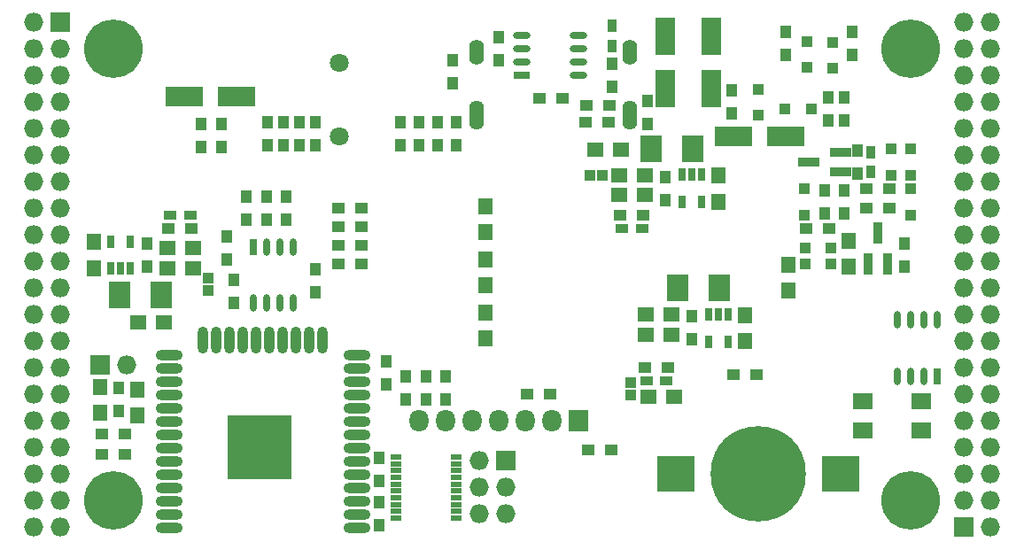
<source format=gbs>
G04 #@! TF.FileFunction,Soldermask,Bot*
%FSLAX46Y46*%
G04 Gerber Fmt 4.6, Leading zero omitted, Abs format (unit mm)*
G04 Created by KiCad (PCBNEW 4.0.7+dfsg1-1) date Wed Nov 15 16:27:29 2017*
%MOMM*%
%LPD*%
G01*
G04 APERTURE LIST*
%ADD10C,0.100000*%
%ADD11R,1.827200X1.827200*%
%ADD12O,1.827200X1.827200*%
%ADD13R,1.000000X1.300000*%
%ADD14R,1.100000X1.100000*%
%ADD15O,2.600000X1.000000*%
%ADD16O,1.000000X2.600000*%
%ADD17R,6.100000X6.100000*%
%ADD18R,1.900000X3.600000*%
%ADD19R,2.100000X2.600000*%
%ADD20R,0.800000X1.300000*%
%ADD21R,1.350000X1.600000*%
%ADD22R,1.600000X1.350000*%
%ADD23R,0.900000X2.000000*%
%ADD24R,2.000000X0.900000*%
%ADD25R,1.300000X0.850000*%
%ADD26R,0.850000X1.300000*%
%ADD27R,1.300000X1.000000*%
%ADD28C,5.600000*%
%ADD29R,1.100000X0.500000*%
%ADD30R,1.827200X2.132000*%
%ADD31O,1.827200X2.132000*%
%ADD32R,1.900000X1.500000*%
%ADD33R,3.600000X1.900000*%
%ADD34R,3.600000X3.400000*%
%ADD35C,9.100000*%
%ADD36C,1.800000*%
%ADD37O,1.400000X2.800000*%
%ADD38O,1.400000X2.400000*%
%ADD39R,0.700000X1.650000*%
%ADD40O,0.700000X1.650000*%
%ADD41R,1.650000X0.700000*%
%ADD42O,1.650000X0.700000*%
G04 APERTURE END LIST*
D10*
D11*
X97910000Y-62690000D03*
D12*
X95370000Y-62690000D03*
X97910000Y-65230000D03*
X95370000Y-65230000D03*
X97910000Y-67770000D03*
X95370000Y-67770000D03*
X97910000Y-70310000D03*
X95370000Y-70310000D03*
X97910000Y-72850000D03*
X95370000Y-72850000D03*
X97910000Y-75390000D03*
X95370000Y-75390000D03*
X97910000Y-77930000D03*
X95370000Y-77930000D03*
X97910000Y-80470000D03*
X95370000Y-80470000D03*
X97910000Y-83010000D03*
X95370000Y-83010000D03*
X97910000Y-85550000D03*
X95370000Y-85550000D03*
X97910000Y-88090000D03*
X95370000Y-88090000D03*
X97910000Y-90630000D03*
X95370000Y-90630000D03*
X97910000Y-93170000D03*
X95370000Y-93170000D03*
X97910000Y-95710000D03*
X95370000Y-95710000D03*
X97910000Y-98250000D03*
X95370000Y-98250000D03*
X97910000Y-100790000D03*
X95370000Y-100790000D03*
X97910000Y-103330000D03*
X95370000Y-103330000D03*
X97910000Y-105870000D03*
X95370000Y-105870000D03*
X97910000Y-108410000D03*
X95370000Y-108410000D03*
X97910000Y-110950000D03*
X95370000Y-110950000D03*
D13*
X103498000Y-99858000D03*
X103498000Y-97658000D03*
D14*
X152393000Y-97142000D03*
X152393000Y-98342000D03*
D15*
X126260434Y-111030338D03*
X126260434Y-109760338D03*
X126260434Y-108490338D03*
X126260434Y-107220338D03*
X126260434Y-105950338D03*
X126260434Y-104680338D03*
X126260434Y-103410338D03*
X126260434Y-102140338D03*
X126260434Y-100870338D03*
X126260434Y-99600338D03*
X126260434Y-98330338D03*
X126260434Y-97060338D03*
X126260434Y-95790338D03*
X126260434Y-94520338D03*
D16*
X122975434Y-93030338D03*
X121705434Y-93030338D03*
X120435434Y-93030338D03*
X119165434Y-93030338D03*
X117895434Y-93030338D03*
X116625434Y-93030338D03*
X115355434Y-93030338D03*
X114085434Y-93030338D03*
X112815434Y-93030338D03*
X111545434Y-93030338D03*
D15*
X108260434Y-94520338D03*
X108260434Y-95790338D03*
X108260434Y-97060338D03*
X108260434Y-98330338D03*
X108260434Y-99600338D03*
X108260434Y-100870338D03*
X108260434Y-102140338D03*
X108260434Y-103410338D03*
X108260434Y-104680338D03*
X108260434Y-105950338D03*
X108260434Y-107220338D03*
X108260434Y-108490338D03*
X108260434Y-109760338D03*
X108260434Y-111030338D03*
D17*
X116960434Y-103330338D03*
D18*
X155695000Y-69000000D03*
X155695000Y-64000000D03*
D13*
X154044000Y-72426000D03*
X154044000Y-70226000D03*
D19*
X160870000Y-88090000D03*
X156870000Y-88090000D03*
D20*
X159825000Y-90600000D03*
X160775000Y-90600000D03*
X161725000Y-90600000D03*
X161725000Y-93200000D03*
X159825000Y-93200000D03*
D19*
X158330000Y-74755000D03*
X154330000Y-74755000D03*
D20*
X157285000Y-77235000D03*
X158235000Y-77235000D03*
X159185000Y-77235000D03*
X159185000Y-79835000D03*
X157285000Y-79835000D03*
D19*
X103530000Y-88725000D03*
X107530000Y-88725000D03*
D20*
X104575000Y-86215000D03*
X103625000Y-86215000D03*
X102675000Y-86215000D03*
X102675000Y-83615000D03*
X104575000Y-83615000D03*
D21*
X101085000Y-83665000D03*
X101085000Y-86165000D03*
D22*
X153810000Y-90630000D03*
X156310000Y-90630000D03*
X153810000Y-92535000D03*
X156310000Y-92535000D03*
D21*
X163315000Y-93150000D03*
X163315000Y-90650000D03*
D22*
X151270000Y-79200000D03*
X153770000Y-79200000D03*
X151270000Y-77295000D03*
X153770000Y-77295000D03*
D21*
X160775000Y-79815000D03*
X160775000Y-77315000D03*
D22*
X110590000Y-84280000D03*
X108090000Y-84280000D03*
X110590000Y-86185000D03*
X108090000Y-86185000D03*
D21*
X173221000Y-86038000D03*
X173221000Y-83538000D03*
D23*
X176965000Y-85780000D03*
X175065000Y-85780000D03*
X176015000Y-82780000D03*
D24*
X172435000Y-75075000D03*
X172435000Y-76975000D03*
X169435000Y-76025000D03*
D25*
X153910000Y-96910000D03*
X155810000Y-96910000D03*
X151570000Y-82375000D03*
X153470000Y-82375000D03*
X110290000Y-81105000D03*
X108390000Y-81105000D03*
D26*
X175380000Y-75075000D03*
X175380000Y-76975000D03*
D27*
X169200000Y-82375000D03*
X171400000Y-82375000D03*
D13*
X172840000Y-80935000D03*
X172840000Y-78735000D03*
D27*
X177115000Y-80470000D03*
X174915000Y-80470000D03*
D13*
X174110000Y-74925000D03*
X174110000Y-77125000D03*
X178555000Y-83815000D03*
X178555000Y-86015000D03*
X113785000Y-83180000D03*
X113785000Y-85380000D03*
X170935000Y-80935000D03*
X170935000Y-78735000D03*
X128390000Y-108580000D03*
X128390000Y-110780000D03*
D27*
X150572000Y-103584000D03*
X148372000Y-103584000D03*
X177115000Y-78565000D03*
X174915000Y-78565000D03*
X153760000Y-95640000D03*
X155960000Y-95640000D03*
X110440000Y-82375000D03*
X108240000Y-82375000D03*
X151420000Y-81105000D03*
X153620000Y-81105000D03*
D13*
X158235000Y-90800000D03*
X158235000Y-93000000D03*
X106165000Y-86015000D03*
X106165000Y-83815000D03*
X155695000Y-77465000D03*
X155695000Y-79665000D03*
D27*
X126696000Y-85804000D03*
X124496000Y-85804000D03*
X126696000Y-84026000D03*
X124496000Y-84026000D03*
X126696000Y-82248000D03*
X124496000Y-82248000D03*
X126696000Y-80470000D03*
X124496000Y-80470000D03*
D13*
X130422000Y-74458000D03*
X130422000Y-72258000D03*
X132200000Y-74458000D03*
X132200000Y-72258000D03*
X133978000Y-74458000D03*
X133978000Y-72258000D03*
X135756000Y-74458000D03*
X135756000Y-72258000D03*
D26*
X150589600Y-64910000D03*
X150589600Y-63010000D03*
D11*
X184270000Y-110950000D03*
D12*
X186810000Y-110950000D03*
X184270000Y-108410000D03*
X186810000Y-108410000D03*
X184270000Y-105870000D03*
X186810000Y-105870000D03*
X184270000Y-103330000D03*
X186810000Y-103330000D03*
X184270000Y-100790000D03*
X186810000Y-100790000D03*
X184270000Y-98250000D03*
X186810000Y-98250000D03*
X184270000Y-95710000D03*
X186810000Y-95710000D03*
X184270000Y-93170000D03*
X186810000Y-93170000D03*
X184270000Y-90630000D03*
X186810000Y-90630000D03*
X184270000Y-88090000D03*
X186810000Y-88090000D03*
X184270000Y-85550000D03*
X186810000Y-85550000D03*
X184270000Y-83010000D03*
X186810000Y-83010000D03*
X184270000Y-80470000D03*
X186810000Y-80470000D03*
X184270000Y-77930000D03*
X186810000Y-77930000D03*
X184270000Y-75390000D03*
X186810000Y-75390000D03*
X184270000Y-72850000D03*
X186810000Y-72850000D03*
X184270000Y-70310000D03*
X186810000Y-70310000D03*
X184270000Y-67770000D03*
X186810000Y-67770000D03*
X184270000Y-65230000D03*
X186810000Y-65230000D03*
X184270000Y-62690000D03*
X186810000Y-62690000D03*
D28*
X102990000Y-108410000D03*
X179190000Y-108410000D03*
X179190000Y-65230000D03*
X102990000Y-65230000D03*
D13*
X162045000Y-71410000D03*
X162045000Y-69210000D03*
X139820000Y-66330000D03*
X139820000Y-64130000D03*
X135375000Y-68532000D03*
X135375000Y-66332000D03*
X150615000Y-68870000D03*
X150615000Y-66670000D03*
D27*
X150275000Y-72215000D03*
X148075000Y-72215000D03*
X150380000Y-70600000D03*
X148180000Y-70600000D03*
D29*
X135735000Y-104215000D03*
X135735000Y-104865000D03*
X135735000Y-105515000D03*
X135735000Y-106165000D03*
X135735000Y-106815000D03*
X135735000Y-107465000D03*
X135735000Y-108115000D03*
X135735000Y-108765000D03*
X135735000Y-109415000D03*
X135735000Y-110065000D03*
X129935000Y-110065000D03*
X129935000Y-109415000D03*
X129935000Y-108765000D03*
X129935000Y-108115000D03*
X129935000Y-107465000D03*
X129935000Y-106815000D03*
X129935000Y-106165000D03*
X129935000Y-105515000D03*
X129935000Y-104865000D03*
X129935000Y-104215000D03*
D13*
X119500000Y-79370000D03*
X119500000Y-81570000D03*
X114480000Y-89500000D03*
X114480000Y-87300000D03*
X129025000Y-97275000D03*
X129025000Y-95075000D03*
X117595000Y-79370000D03*
X117595000Y-81570000D03*
X122280000Y-86300000D03*
X122280000Y-88500000D03*
X115690000Y-79370000D03*
X115690000Y-81570000D03*
D27*
X144730000Y-98250000D03*
X142530000Y-98250000D03*
D13*
X132835000Y-98715000D03*
X132835000Y-96515000D03*
X130930000Y-98715000D03*
X130930000Y-96515000D03*
D27*
X101890000Y-103965000D03*
X104090000Y-103965000D03*
D11*
X101720000Y-95456000D03*
D12*
X104260000Y-95456000D03*
D27*
X104090000Y-102060000D03*
X101890000Y-102060000D03*
D21*
X167506000Y-88324000D03*
X167506000Y-85824000D03*
D27*
X164415000Y-96345000D03*
X162215000Y-96345000D03*
D13*
X167252000Y-65822000D03*
X167252000Y-63622000D03*
D11*
X140455000Y-104600000D03*
D12*
X137915000Y-104600000D03*
X140455000Y-107140000D03*
X137915000Y-107140000D03*
X140455000Y-109680000D03*
X137915000Y-109680000D03*
D21*
X138550000Y-90396000D03*
X138550000Y-92896000D03*
X138550000Y-82736000D03*
X138550000Y-80236000D03*
X138550000Y-85316000D03*
X138550000Y-87816000D03*
X101720000Y-97508000D03*
X101720000Y-100008000D03*
D13*
X113277000Y-74585000D03*
X113277000Y-72385000D03*
X111372000Y-74585000D03*
X111372000Y-72385000D03*
X172840000Y-72045000D03*
X172840000Y-69845000D03*
X171316000Y-72045000D03*
X171316000Y-69845000D03*
D30*
X147440000Y-100790000D03*
D31*
X144900000Y-100790000D03*
X142360000Y-100790000D03*
X139820000Y-100790000D03*
X137280000Y-100790000D03*
X134740000Y-100790000D03*
X132200000Y-100790000D03*
D32*
X180212000Y-98882000D03*
X174612000Y-98882000D03*
X174612000Y-101682000D03*
X180212000Y-101682000D03*
D21*
X105276000Y-100262000D03*
X105276000Y-97762000D03*
D33*
X109761000Y-69802000D03*
X114761000Y-69802000D03*
X167212000Y-73612000D03*
X162212000Y-73612000D03*
D18*
X160140000Y-64000000D03*
X160140000Y-69000000D03*
D22*
X154064000Y-98504000D03*
X156564000Y-98504000D03*
X107796000Y-91392000D03*
X105296000Y-91392000D03*
X151484000Y-74882000D03*
X148984000Y-74882000D03*
D13*
X173602000Y-65822000D03*
X173602000Y-63622000D03*
X134740000Y-96515000D03*
X134740000Y-98715000D03*
D34*
X172485000Y-105870000D03*
X156685000Y-105870000D03*
D35*
X164585000Y-105870000D03*
D14*
X169284000Y-66988000D03*
X169284000Y-64488000D03*
X171697000Y-67081000D03*
X171697000Y-64581000D03*
X169050000Y-84280000D03*
X171550000Y-84280000D03*
X179190000Y-81085000D03*
X179190000Y-78585000D03*
X169030000Y-81085000D03*
X169030000Y-78585000D03*
X171550000Y-85804000D03*
X169050000Y-85804000D03*
X179190000Y-77275000D03*
X179190000Y-74775000D03*
X177285000Y-74775000D03*
X177285000Y-77275000D03*
X167145000Y-70945000D03*
X169645000Y-70945000D03*
X164585000Y-69060000D03*
X164585000Y-71560000D03*
X112007000Y-87109000D03*
X112007000Y-88309000D03*
X149691000Y-77295000D03*
X148491000Y-77295000D03*
D13*
X128390000Y-106546000D03*
X128390000Y-104346000D03*
X117722000Y-74458000D03*
X117722000Y-72258000D03*
X119246000Y-74458000D03*
X119246000Y-72258000D03*
X120770000Y-74458000D03*
X120770000Y-72258000D03*
X122294000Y-74458000D03*
X122294000Y-72258000D03*
D27*
X145880000Y-69900000D03*
X143680000Y-69900000D03*
D36*
X124580000Y-66548000D03*
X124580000Y-73548000D03*
D37*
X152280000Y-71550000D03*
X137680000Y-71550000D03*
D38*
X137680000Y-65500000D03*
X152280000Y-65500000D03*
D39*
X181730000Y-96505000D03*
D40*
X180460000Y-96505000D03*
X179190000Y-96505000D03*
X177920000Y-96505000D03*
X177920000Y-91105000D03*
X179190000Y-91105000D03*
X180460000Y-91105000D03*
X181730000Y-91105000D03*
D41*
X141980000Y-67706500D03*
D42*
X141980000Y-66436500D03*
X141980000Y-65166500D03*
X141980000Y-63896500D03*
X147380000Y-63896500D03*
X147380000Y-65166500D03*
X147380000Y-66436500D03*
X147380000Y-67706500D03*
D39*
X116325000Y-84120000D03*
D40*
X117595000Y-84120000D03*
X118865000Y-84120000D03*
X120135000Y-84120000D03*
X120135000Y-89520000D03*
X118865000Y-89520000D03*
X117595000Y-89520000D03*
X116325000Y-89520000D03*
M02*

</source>
